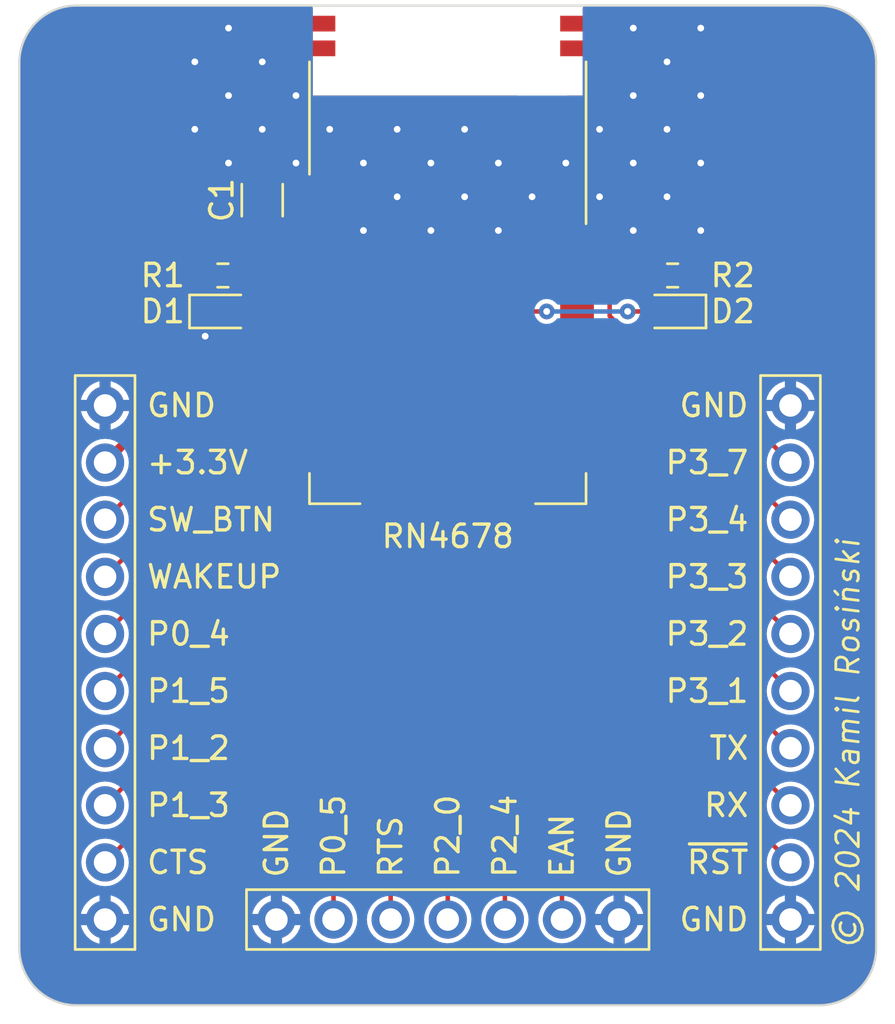
<source format=kicad_pcb>
(kicad_pcb (version 20221018) (generator pcbnew)
  (layers (0 "F.Cu" signal) (31 "B.Cu" signal) (34 "B.Paste" user) (35 "F.Paste" user) (36 "B.SilkS" user "B.Silkscreen") (37 "F.SilkS" user "F.Silkscreen") (38 "B.Mask" user) (39 "F.Mask" user) (44 "Edge.Cuts" user))
  (net 0 "")
  (net 1 "+3.3V")
  (net 2 "GND")
  (net 3 "Net-(D1-A)")
  (net 4 "Net-(D2-K)")
  (net 5 "/3.3V")
  (net 6 "Net-(J1-Pin_8)")
  (net 7 "Net-(J1-Pin_3)")
  (net 8 "Net-(J1-Pin_4)")
  (net 9 "Net-(J1-Pin_5)")
  (net 10 "Net-(J1-Pin_6)")
  (net 11 "Net-(J1-Pin_7)")
  (net 12 "Net-(J2-Pin_2)")
  (net 13 "Net-(J2-Pin_3)")
  (net 14 "Net-(J2-Pin_4)")
  (net 15 "Net-(J2-Pin_5)")
  (net 16 "Net-(J2-Pin_6)")
  (net 17 "Net-(J2-Pin_7)")
  (net 18 "Net-(J2-Pin_8)")
  (net 19 "Net-(J3-Pin_3)")
  (net 20 "Net-(J3-Pin_4)")
  (net 21 "Net-(J3-Pin_5)")
  (net 22 "Net-(J3-Pin_6)")
  (net 23 "Net-(U1-LED)")
  (net 27 "Net-(J1-Pin_9)")
  (net 28 "Net-(J2-Pin_9)")
  (net 29 "Net-(J3-Pin_2)")
  (footprint "Connector_PinHeader_2.54mm:PinHeader_1x10_P2.54mm_Vertical" (layer "F.Cu") (at 109.22 73.66)
    (fp_text reference "J1" hide)
    (fp_text value "Conn_01x10")
    (fp_text user "P0_4" (at 1.778 10.16 unlocked) (layer "F.SilkS") (effects (justify left)))
    (fp_text user "+3.3V" (at 1.778 2.54 unlocked) (layer "F.SilkS") (effects (justify left)))
    (fp_text user "GND" (at 1.778 0 unlocked) (layer "F.SilkS") (effects (justify left)))
    (fp_text user "WAKEUP" (at 1.778 7.62 unlocked) (layer "F.SilkS") (effects (justify left)))
    (fp_text user "P1_5" (at 1.778 12.7 unlocked) (layer "F.SilkS") (effects (justify left)))
    (fp_text user "P1_2" (at 1.778 15.24 unlocked) (layer "F.SilkS") (effects (justify left)))
    (fp_text user "GND" (at 1.778 22.86 unlocked) (layer "F.SilkS") (effects (justify left)))
    (fp_text user "SW_BTN" (at 1.778 5.08 unlocked) (layer "F.SilkS") (effects (justify left)))
    (fp_text user "P1_3" (at 1.778 17.78 unlocked) (layer "F.SilkS") (effects (justify left)))
    (fp_text user "CTS" (at 1.778 20.32 unlocked) (layer "F.SilkS") (effects (justify left)))
    (fp_line (start -1.33 -1.33) (end -1.33 24.19) (stroke (width 0.12)) (layer "F.SilkS"))
    (fp_line (start -1.33 -1.33) (end 1.33 -1.33) (stroke (width 0.12)) (layer "F.SilkS"))
    (fp_line (start -1.33 24.19) (end 1.33 24.19) (stroke (width 0.12)) (layer "F.SilkS"))
    (fp_line (start 1.33 -1.33) (end 1.33 24.19) (stroke (width 0.12)) (layer "F.SilkS"))
    (pad "1" thru_hole oval (at 0 0) (size 1.7 1.7) (drill 1) (layers "*.Cu" "*.Mask") (net 2 "GND"))
    (pad "2" thru_hole oval (at 0 2.54) (size 1.7 1.7) (drill 1) (layers "*.Cu" "*.Mask") (net 1 "+3.3V"))
    (pad "3" thru_hole oval (at 0 5.08) (size 1.7 1.7) (drill 1) (layers "*.Cu" "*.Mask") (net 7 "Net-(J1-Pin_3)"))
    (pad "4" thru_hole oval (at 0 7.62) (size 1.7 1.7) (drill 1) (layers "*.Cu" "*.Mask") (net 8 "Net-(J1-Pin_4)"))
    (pad "5" thru_hole oval (at 0 10.16) (size 1.7 1.7) (drill 1) (layers "*.Cu" "*.Mask") (net 9 "Net-(J1-Pin_5)"))
    (pad "6" thru_hole oval (at 0 12.7) (size 1.7 1.7) (drill 1) (layers "*.Cu" "*.Mask") (net 10 "Net-(J1-Pin_6)"))
    (pad "7" thru_hole oval (at 0 15.24) (size 1.7 1.7) (drill 1) (layers "*.Cu" "*.Mask") (net 11 "Net-(J1-Pin_7)"))
    (pad "8" thru_hole oval (at 0 17.78) (size 1.7 1.7) (drill 1) (layers "*.Cu" "*.Mask") (net 6 "Net-(J1-Pin_8)"))
    (pad "9" thru_hole oval (at 0 20.32) (size 1.7 1.7) (drill 1) (layers "*.Cu" "*.Mask") (net 27 "Net-(J1-Pin_9)"))
    (pad "10" thru_hole oval (at 0 22.86) (size 1.7 1.7) (drill 1) (layers "*.Cu" "*.Mask") (net 2 "GND"))
  )
  (footprint "Bluetooth:RN4678" (layer "F.Cu") (at 124.46 55.88)
    (fp_text reference "U1" hide)
    (fp_text value "RN4678")
    (fp_text user "RN4678" (at 0 23.6 unlocked) (layer "F.SilkS"))
    (fp_line (start -6.15 7.5) (end -6.15 2.5) (stroke (width 0.12)) (layer "F.SilkS"))
    (fp_line (start -6.15 22.15) (end -6.15 20.8) (stroke (width 0.12)) (layer "F.SilkS"))
    (fp_line (start -3.9 22.15) (end -6.15 22.15) (stroke (width 0.12)) (layer "F.SilkS"))
    (fp_line (start 3.9 22.15) (end 6.15 22.15) (stroke (width 0.12)) (layer "F.SilkS"))
    (fp_line (start 6.15 2.5) (end 6.15 9.7) (stroke (width 0.12)) (layer "F.SilkS"))
    (fp_line (start 6.15 22.15) (end 6.15 20.8) (stroke (width 0.12)) (layer "F.SilkS"))
    (pad "1" smd rect (at -5.75 0.8) (size 1.5 0.7) (layers "F.Cu" "F.Paste" "F.Mask") (net 2 "GND"))
    (pad "2" smd rect (at -5.75 1.9) (size 1.5 0.7) (layers "F.Cu" "F.Paste" "F.Mask") (net 2 "GND"))
    (pad "3" smd rect (at -5.75 8.1) (size 1.5 0.7) (layers "F.Cu" "F.Paste" "F.Mask") (net 2 "GND"))
    (pad "4" smd rect (at -5.75 9.2) (size 1.5 0.7) (layers "F.Cu" "F.Paste" "F.Mask") (net 1 "+3.3V"))
    (pad "5" smd rect (at -5.75 10.3) (size 1.5 0.7) (layers "F.Cu" "F.Paste" "F.Mask") (net 7 "Net-(J1-Pin_3)"))
    (pad "6" smd rect (at -5.75 11.4) (size 1.5 0.7) (layers "F.Cu" "F.Paste" "F.Mask") (net 5 "/3.3V"))
    (pad "7" smd rect (at -5.75 12.5) (size 1.5 0.7) (layers "F.Cu" "F.Paste" "F.Mask") (net 5 "/3.3V"))
    (pad "8" smd rect (at -5.75 13.6) (size 1.5 0.7) (layers "F.Cu" "F.Paste" "F.Mask"))
    (pad "9" smd rect (at -5.75 14.7) (size 1.5 0.7) (layers "F.Cu" "F.Paste" "F.Mask") (net 8 "Net-(J1-Pin_4)"))
    (pad "10" smd rect (at -5.75 15.8) (size 1.5 0.7) (layers "F.Cu" "F.Paste" "F.Mask"))
    (pad "11" smd rect (at -5.75 16.9) (size 1.5 0.7) (layers "F.Cu" "F.Paste" "F.Mask") (net 9 "Net-(J1-Pin_5)"))
    (pad "12" smd rect (at -5.75 18) (size 1.5 0.7) (layers "F.Cu" "F.Paste" "F.Mask") (net 10 "Net-(J1-Pin_6)"))
    (pad "13" smd rect (at -5.75 19.1) (size 1.5 0.7) (layers "F.Cu" "F.Paste" "F.Mask") (net 11 "Net-(J1-Pin_7)"))
    (pad "14" smd rect (at -5.75 20.2) (size 1.5 0.7) (layers "F.Cu" "F.Paste" "F.Mask") (net 6 "Net-(J1-Pin_8)"))
    (pad "15" smd rect (at -3.3 21.75 90) (size 1.5 0.7) (layers "F.Cu" "F.Paste" "F.Mask") (net 27 "Net-(J1-Pin_9)"))
    (pad "16" smd rect (at -2.2 21.75 90) (size 1.5 0.7) (layers "F.Cu" "F.Paste" "F.Mask") (net 22 "Net-(J3-Pin_6)"))
    (pad "17" smd rect (at -1.1 21.75 90) (size 1.5 0.7) (layers "F.Cu" "F.Paste" "F.Mask") (net 21 "Net-(J3-Pin_5)"))
    (pad "18" smd rect (at 0 21.75 90) (size 1.5 0.7) (layers "F.Cu" "F.Paste" "F.Mask") (net 20 "Net-(J3-Pin_4)"))
    (pad "19" smd rect (at 1.1 21.75 90) (size 1.5 0.7) (layers "F.Cu" "F.Paste" "F.Mask") (net 19 "Net-(J3-Pin_3)"))
    (pad "20" smd rect (at 2.2 21.75 90) (size 1.5 0.7) (layers "F.Cu" "F.Paste" "F.Mask") (net 29 "Net-(J3-Pin_2)"))
    (pad "21" smd rect (at 3.3 21.75 90) (size 1.5 0.7) (layers "F.Cu" "F.Paste" "F.Mask") (net 28 "Net-(J2-Pin_9)"))
    (pad "22" smd rect (at 5.75 20.2) (size 1.5 0.7) (layers "F.Cu" "F.Paste" "F.Mask") (net 18 "Net-(J2-Pin_8)"))
    (pad "23" smd rect (at 5.75 19.1) (size 1.5 0.7) (layers "F.Cu" "F.Paste" "F.Mask") (net 17 "Net-(J2-Pin_7)"))
    (pad "24" smd rect (at 5.75 18) (size 1.5 0.7) (layers "F.Cu" "F.Paste" "F.Mask") (net 16 "Net-(J2-Pin_6)"))
    (pad "25" smd rect (at 5.75 16.9) (size 1.5 0.7) (layers "F.Cu" "F.Paste" "F.Mask") (net 15 "Net-(J2-Pin_5)"))
    (pad "26" smd rect (at 5.75 15.8) (size 1.5 0.7) (layers "F.Cu" "F.Paste" "F.Mask") (net 14 "Net-(J2-Pin_4)"))
    (pad "27" smd rect (at 5.75 14.7) (size 1.5 0.7) (layers "F.Cu" "F.Paste" "F.Mask") (net 13 "Net-(J2-Pin_3)"))
    (pad "28" smd rect (at 5.75 13.6) (size 1.5 0.7) (layers "F.Cu" "F.Paste" "F.Mask"))
    (pad "29" smd rect (at 5.75 12.5) (size 1.5 0.7) (layers "F.Cu" "F.Paste" "F.Mask") (net 12 "Net-(J2-Pin_2)"))
    (pad "30" smd rect (at 5.75 11.4) (size 1.5 0.7) (layers "F.Cu" "F.Paste" "F.Mask") (net 23 "Net-(U1-LED)"))
    (pad "31" smd rect (at 5.75 10.3) (size 1.5 0.7) (layers "F.Cu" "F.Paste" "F.Mask") (net 2 "GND"))
    (pad "32" smd rect (at 5.75 1.9) (size 1.5 0.7) (layers "F.Cu" "F.Paste" "F.Mask") (net 2 "GND"))
    (pad "33" smd rect (at 5.75 0.8) (size 1.5 0.7) (layers "F.Cu" "F.Paste" "F.Mask") (net 2 "GND"))
    (zone (net 0) (net_name "") (layer "F.Cu") (connect_pads (clearance 0)) (min_thickness 0.25)
      (keepout (tracks not_allowed) (vias not_allowed) (pads allowed) (copperpour not_allowed) (footprints allowed))
      (fill (thermal_gap 0.5) (thermal_bridge_width 0.5))
      (polygon (pts (xy 127.66 61.88) (xy 129.66 61.88) (xy 129.66 59.88) (xy 130.46 59.88) (xy 130.46 55.88) (xy 118.46 55.88) (xy 118.46 59.88) (xy 127.66 59.88)))
    )
    (zone (net 0) (net_name "") (layers "In1.Cu" "In2.Cu" "In3.Cu" "In4.Cu" "In5.Cu" "In6.Cu" "In7.Cu" "In8.Cu" "In9.Cu" "In10.Cu" "In11.Cu" "In12.Cu" "In13.Cu" "In14.Cu" "In15.Cu" "In16.Cu" "In17.Cu" "In18.Cu" "In19.Cu" "In20.Cu" "In21.Cu" "In22.Cu" "In23.Cu" "In24.Cu" "In25.Cu" "In26.Cu" "In27.Cu" "In28.Cu" "In29.Cu" "In30.Cu" "B.Cu") (connect_pads (clearance 0)) (min_thickness 0.25)
      (keepout (tracks not_allowed) (vias not_allowed) (pads allowed) (copperpour not_allowed) (footprints allowed))
      (fill (thermal_gap 0.5) (thermal_bridge_width 0.5))
      (polygon (pts (xy 130.46 55.88) (xy 118.46 55.88) (xy 118.46 59.88) (xy 130.46 59.88)))
    )
  )
  (footprint "LED_SMD:LED_0603_1608Metric" (layer "F.Cu") (at 134.46 69.48 180)
    (fp_text reference "D2" (at -1.6 0 180) (layer "F.SilkS") (effects (justify left)))
    (fp_text value "BLUE")
    (fp_line (start -1.485 -0.735) (end -1.485 0.735) (stroke (width 0.12)) (layer "F.SilkS"))
    (fp_line (start -1.485 0.735) (end 0.8 0.735) (stroke (width 0.12)) (layer "F.SilkS"))
    (fp_line (start 0.8 -0.735) (end -1.485 -0.735) (stroke (width 0.12)) (layer "F.SilkS"))
    (pad "1" smd roundrect (at -0.7875 0 180) (size 0.875 0.95) (layers "F.Cu" "F.Paste" "F.Mask") (net 4 "Net-(D2-K)"))
    (pad "2" smd roundrect (at 0.7875 0 180) (size 0.875 0.95) (layers "F.Cu" "F.Paste" "F.Mask") (net 5 "/3.3V"))
  )
  (footprint "Resistor_SMD:R_0603_1608Metric" (layer "F.Cu") (at 134.46 67.88)
    (fp_text reference "R2" (at 1.6 0) (layer "F.SilkS") (effects (justify left)))
    (fp_text value "100R")
    (fp_line (start -0.237258 -0.5225) (end 0.237258 -0.5225) (stroke (width 0.12)) (layer "F.SilkS"))
    (fp_line (start -0.237258 0.5225) (end 0.237258 0.5225) (stroke (width 0.12)) (layer "F.SilkS"))
    (pad "1" smd roundrect (at -0.825 0) (size 0.8 0.95) (layers "F.Cu" "F.Paste" "F.Mask") (net 23 "Net-(U1-LED)"))
    (pad "2" smd roundrect (at 0.825 0) (size 0.8 0.95) (layers "F.Cu" "F.Paste" "F.Mask") (net 4 "Net-(D2-K)"))
  )
  (footprint "LED_SMD:LED_0603_1608Metric" (layer "F.Cu") (at 114.46 69.48)
    (fp_text reference "D1" (at -1.6 0) (layer "F.SilkS") (effects (justify right)))
    (fp_text value "GREEN")
    (fp_line (start -1.485 -0.735) (end -1.485 0.735) (stroke (width 0.12)) (layer "F.SilkS"))
    (fp_line (start -1.485 0.735) (end 0.8 0.735) (stroke (width 0.12)) (layer "F.SilkS"))
    (fp_line (start 0.8 -0.735) (end -1.485 -0.735) (stroke (width 0.12)) (layer "F.SilkS"))
    (pad "1" smd roundrect (at -0.7875 0) (size 0.875 0.95) (layers "F.Cu" "F.Paste" "F.Mask") (net 2 "GND"))
    (pad "2" smd roundrect (at 0.7875 0) (size 0.875 0.95) (layers "F.Cu" "F.Paste" "F.Mask") (net 3 "Net-(D1-A)"))
  )
  (footprint "Connector_PinHeader_2.54mm:PinHeader_1x10_P2.54mm_Vertical" (layer "F.Cu") (at 139.7 73.66)
    (fp_text reference "J2" hide)
    (fp_text value "Conn_01x10")
    (fp_text user "RX" (at -1.778 17.78 unlocked) (layer "F.SilkS") (effects (justify right)))
    (fp_text user "TX" (at -1.778 15.24 unlocked) (layer "F.SilkS") (effects (justify right)))
    (fp_text user "GND" (at -1.778 22.86 unlocked) (layer "F.SilkS") (effects (justify right)))
    (fp_text user "~{RST}" (at -1.778 20.32 unlocked) (layer "F.SilkS") (effects (justify right)))
    (fp_text user "P3_3" (at -1.778 7.62 unlocked) (layer "F.SilkS") (effects (justify right)))
    (fp_text user "P3_4" (at -1.778 5.08 unlocked) (layer "F.SilkS") (effects (justify right)))
    (fp_text user "P3_7" (at -1.778 2.54 unlocked) (layer "F.SilkS") (effects (justify right)))
    (fp_text user "GND" (at -1.778 0 unlocked) (layer "F.SilkS") (effects (justify right)))
    (fp_text user "P3_2" (at -1.778 10.16 unlocked) (layer "F.SilkS") (effects (justify right)))
    (fp_text user "P3_1" (at -1.778 12.7 unlocked) (layer "F.SilkS") (effects (justify right)))
    (fp_line (start -1.33 -1.33) (end -1.33 24.19) (stroke (width 0.12)) (layer "F.SilkS"))
    (fp_line (start -1.33 -1.33) (end 1.33 -1.33) (stroke (width 0.12)) (layer "F.SilkS"))
    (fp_line (start -1.33 24.19) (end 1.33 24.19) (stroke (width 0.12)) (layer "F.SilkS"))
    (fp_line (start 1.33 -1.33) (end 1.33 24.19) (stroke (width 0.12)) (layer "F.SilkS"))
    (pad "1" thru_hole oval (at 0 0) (size 1.7 1.7) (drill 1) (layers "*.Cu" "*.Mask") (net 2 "GND"))
    (pad "2" thru_hole oval (at 0 2.54) (size 1.7 1.7) (drill 1) (layers "*.Cu" "*.Mask") (net 12 "Net-(J2-Pin_2)"))
    (pad "3" thru_hole oval (at 0 5.08) (size 1.7 1.7) (drill 1) (layers "*.Cu" "*.Mask") (net 13 "Net-(J2-Pin_3)"))
    (pad "4" thru_hole oval (at 0 7.62) (size 1.7 1.7) (drill 1) (layers "*.Cu" "*.Mask") (net 14 "Net-(J2-Pin_4)"))
    (pad "5" thru_hole oval (at 0 10.16) (size 1.7 1.7) (drill 1) (layers "*.Cu" "*.Mask") (net 15 "Net-(J2-Pin_5)"))
    (pad "6" thru_hole oval (at 0 12.7) (size 1.7 1.7) (drill 1) (layers "*.Cu" "*.Mask") (net 16 "Net-(J2-Pin_6)"))
    (pad "7" thru_hole oval (at 0 15.24) (size 1.7 1.7) (drill 1) (layers "*.Cu" "*.Mask") (net 17 "Net-(J2-Pin_7)"))
    (pad "8" thru_hole oval (at 0 17.78) (size 1.7 1.7) (drill 1) (layers "*.Cu" "*.Mask") (net 18 "Net-(J2-Pin_8)"))
    (pad "9" thru_hole oval (at 0 20.32) (size 1.7 1.7) (drill 1) (layers "*.Cu" "*.Mask") (net 28 "Net-(J2-Pin_9)"))
    (pad "10" thru_hole oval (at 0 22.86) (size 1.7 1.7) (drill 1) (layers "*.Cu" "*.Mask") (net 2 "GND"))
  )
  (footprint "Capacitor_SMD:C_1206_3216Metric" (layer "F.Cu") (at 116.21 64.53 90)
    (fp_text reference "C1" (at 0 -1.8 90) (layer "F.SilkS"))
    (fp_text value "10uF")
    (fp_line (start -0.711252 -0.91) (end 0.711252 -0.91) (stroke (width 0.12)) (layer "F.SilkS"))
    (fp_line (start -0.711252 0.91) (end 0.711252 0.91) (stroke (width 0.12)) (layer "F.SilkS"))
    (pad "1" smd roundrect (at -1.475 0 90) (size 1.15 1.8) (layers "F.Cu" "F.Paste" "F.Mask") (roundrect_rratio 0.2173913043) (net 1 "+3.3V"))
    (pad "2" smd roundrect (at 1.475 0 90) (size 1.15 1.8) (layers "F.Cu" "F.Paste" "F.Mask") (roundrect_rratio 0.2173913043) (net 2 "GND"))
  )
  (footprint "Resistor_SMD:R_0603_1608Metric" (layer "F.Cu") (at 114.46 67.88)
    (fp_text reference "R1" (at -1.6 0) (layer "F.SilkS") (effects (justify right)))
    (fp_text value "820R")
    (fp_line (start -0.237258 -0.5225) (end 0.237258 -0.5225) (stroke (width 0.12)) (layer "F.SilkS"))
    (fp_line (start -0.237258 0.5225) (end 0.237258 0.5225) (stroke (width 0.12)) (layer "F.SilkS"))
    (pad "1" smd roundrect (at -0.825 0) (size 0.8 0.95) (layers "F.Cu" "F.Paste" "F.Mask") (net 1 "+3.3V"))
    (pad "2" smd roundrect (at 0.825 0) (size 0.8 0.95) (layers "F.Cu" "F.Paste" "F.Mask") (net 3 "Net-(D1-A)"))
  )
  (footprint "Connector_PinHeader_2.54mm:PinHeader_1x07_P2.54mm_Vertical" (layer "F.Cu") (at 132.08 96.52 -90)
    (fp_text reference "J3" hide)
    (fp_text value "Conn_01x07")
    (fp_text user "P2_0" (at -1.778 7.62 90 unlocked) (layer "F.SilkS") (effects (justify left)))
    (fp_text user "GND" (at -1.778 15.24 90 unlocked) (layer "F.SilkS") (effects (justify left)))
    (fp_text user "RTS" (at -1.778 10.16 90 unlocked) (layer "F.SilkS") (effects (justify left)))
    (fp_text user "EAN" (at -1.778 2.54 90 unlocked) (layer "F.SilkS") (effects (justify left)))
    (fp_text user "GND" (at -1.778 0 90 unlocked) (layer "F.SilkS") (effects (justify left)))
    (fp_text user "P0_5" (at -1.778 12.7 90 unlocked) (layer "F.SilkS") (effects (justify left)))
    (fp_text user "P2_4" (at -1.778 5.08 90 unlocked) (layer "F.SilkS") (effects (justify left)))
    (fp_line (start -1.33 -1.33) (end -1.33 16.57) (stroke (width 0.12)) (layer "F.SilkS"))
    (fp_line (start -1.33 -1.33) (end 1.33 -1.33) (stroke (width 0.12)) (layer "F.SilkS"))
    (fp_line (start -1.33 16.57) (end 1.33 16.57) (stroke (width 0.12)) (layer "F.SilkS"))
    (fp_line (start 1.33 -1.33) (end 1.33 16.57) (stroke (width 0.12)) (layer "F.SilkS"))
    (pad "1" thru_hole oval (at 0 0 270) (size 1.7 1.7) (drill 1) (layers "*.Cu" "*.Mask") (net 2 "GND"))
    (pad "2" thru_hole oval (at 0 2.54 270) (size 1.7 1.7) (drill 1) (layers "*.Cu" "*.Mask") (net 29 "Net-(J3-Pin_2)"))
    (pad "3" thru_hole oval (at 0 5.08 270) (size 1.7 1.7) (drill 1) (layers "*.Cu" "*.Mask") (net 19 "Net-(J3-Pin_3)"))
    (pad "4" thru_hole oval (at 0 7.62 270) (size 1.7 1.7) (drill 1) (layers "*.Cu" "*.Mask") (net 20 "Net-(J3-Pin_4)"))
    (pad "5" thru_hole oval (at 0 10.16 270) (size 1.7 1.7) (drill 1) (layers "*.Cu" "*.Mask") (net 21 "Net-(J3-Pin_5)"))
    (pad "6" thru_hole oval (at 0 12.7 270) (size 1.7 1.7) (drill 1) (layers "*.Cu" "*.Mask") (net 22 "Net-(J3-Pin_6)"))
    (pad "7" thru_hole oval (at 0 15.24 270) (size 1.7 1.7) (drill 1) (layers "*.Cu" "*.Mask") (net 2 "GND"))
  )
  (gr_arc (start 107.95 100.33) (mid 106.153949 99.586051) (end 105.41 97.79) (stroke (width 0.1)) (layer "Edge.Cuts"))
  (gr_arc (start 105.41 58.42) (mid 106.153949 56.623949) (end 107.95 55.88) (stroke (width 0.1)) (layer "Edge.Cuts"))
  (gr_line (start 143.51 58.42) (end 143.51 97.79) (stroke (width 0.1)) (layer "Edge.Cuts"))
  (gr_arc (start 140.97 55.88) (mid 142.766051 56.623949) (end 143.51 58.42) (stroke (width 0.1)) (layer "Edge.Cuts"))
  (gr_arc (start 143.51 97.79) (mid 142.766051 99.586051) (end 140.97 100.33) (stroke (width 0.1)) (layer "Edge.Cuts"))
  (gr_line (start 140.97 100.33) (end 107.95 100.33) (stroke (width 0.1)) (layer "Edge.Cuts"))
  (gr_line (start 107.95 55.88) (end 140.97 55.88) (stroke (width 0.1)) (layer "Edge.Cuts"))
  (gr_line (start 105.41 97.79) (end 105.41 58.42) (stroke (width 0.1)) (layer "Edge.Cuts"))
  (gr_text "© 2024 Kamil Rosiński" (at 142.26 97.88 90) (layer "F.SilkS") (effects (font (size 1 1) (thickness 0.125) italic) (justify left)))
  (segment (start 112.86 67.88) (end 111.86 68.88) (width 0.4) (layer "F.Cu") (net 1))
  (segment (start 117.46 65.08) (end 116.535 66.005) (width 0.4) (layer "F.Cu") (net 1))
  (segment (start 118.71 65.08) (end 117.46 65.08) (width 0.4) (layer "F.Cu") (net 1))
  (segment (start 113.635 67.105) (end 114.735 66.005) (width 0.4) (layer "F.Cu") (net 1))
  (segment (start 113.635 67.88) (end 113.635 67.105) (width 0.4) (layer "F.Cu") (net 1))
  (segment (start 116.535 66.005) (end 116.21 66.005) (width 0.4) (layer "F.Cu") (net 1))
  (segment (start 114.735 66.005) (end 116.21 66.005) (width 0.4) (layer "F.Cu") (net 1))
  (segment (start 113.635 67.88) (end 112.86 67.88) (width 0.4) (layer "F.Cu") (net 1))
  (segment (start 111.86 73.56) (end 109.22 76.2) (width 0.4) (layer "F.Cu") (net 1))
  (segment (start 111.86 68.88) (end 111.86 73.56) (width 0.4) (layer "F.Cu") (net 1))
  (segment (start 113.6725 69.48) (end 113.6725 70.58) (width 0.2) (layer "F.Cu") (net 2))
  (via (at 135.71 56.88) (size 0.7) (drill 0.3) (layers "F.Cu" "B.Cu") (net 2))
  (via (at 120.71 62.88) (size 0.7) (drill 0.3) (layers "F.Cu" "B.Cu") (net 2))
  (via (at 117.71 62.88) (size 0.7) (drill 0.3) (layers "F.Cu" "B.Cu") (net 2))
  (via (at 126.71 65.88) (size 0.7) (drill 0.3) (layers "F.Cu" "B.Cu") (net 2))
  (via (at 131.21 64.38) (size 0.7) (drill 0.3) (layers "F.Cu" "B.Cu") (net 2))
  (via (at 135.71 62.88) (size 0.7) (drill 0.3) (layers "F.Cu" "B.Cu") (net 2))
  (via (at 114.71 56.88) (size 0.7) (drill 0.3) (layers "F.Cu" "B.Cu") (net 2))
  (via (at 126.71 62.88) (size 0.7) (drill 0.3) (layers "F.Cu" "B.Cu") (net 2))
  (via (at 119.21 61.38) (size 0.7) (drill 0.3) (layers "F.Cu" "B.Cu") (net 2))
  (via (at 123.71 62.88) (size 0.7) (drill 0.3) (layers "F.Cu" "B.Cu") (net 2))
  (via (at 132.71 59.88) (size 0.7) (drill 0.3) (layers "F.Cu" "B.Cu") (net 2))
  (via (at 132.71 65.88) (size 0.7) (drill 0.3) (layers "F.Cu" "B.Cu") (net 2))
  (via (at 129.71 62.88) (size 0.7) (drill 0.3) (layers "F.Cu" "B.Cu") (net 2))
  (via (at 116.21 61.38) (size 0.7) (drill 0.3) (layers "F.Cu" "B.Cu") (net 2))
  (via (at 120.71 65.88) (size 0.7) (drill 0.3) (layers "F.Cu" "B.Cu") (net 2))
  (via (at 114.71 59.88) (size 0.7) (drill 0.3) (layers "F.Cu" "B.Cu") (net 2))
  (via (at 128.21 64.38) (size 0.7) (drill 0.3) (layers "F.Cu" "B.Cu") (net 2))
  (via (at 132.71 56.88) (size 0.7) (drill 0.3) (layers "F.Cu" "B.Cu") (net 2))
  (via (at 123.71 65.88) (size 0.7) (drill 0.3) (layers "F.Cu" "B.Cu") (net 2))
  (via (at 125.21 64.38) (size 0.7) (drill 0.3) (layers "F.Cu" "B.Cu") (net 2))
  (via (at 116.21 58.38) (size 0.7) (drill 0.3) (layers "F.Cu" "B.Cu") (net 2))
  (via (at 113.21 61.38) (size 0.7) (drill 0.3) (layers "F.Cu" "B.Cu") (net 2))
  (via (at 135.71 65.88) (size 0.7) (drill 0.3) (layers "F.Cu" "B.Cu") (net 2))
  (via (at 134.21 58.38) (size 0.7) (drill 0.3) (layers "F.Cu" "B.Cu") (net 2))
  (via (at 122.21 61.38) (size 0.7) (drill 0.3) (layers "F.Cu" "B.Cu") (net 2))
  (via (at 135.71 59.88) (size 0.7) (drill 0.3) (layers "F.Cu" "B.Cu") (net 2))
  (via (at 125.21 61.38) (size 0.7) (drill 0.3) (layers "F.Cu" "B.Cu") (net 2))
  (via (at 114.71 62.88) (size 0.7) (drill 0.3) (layers "F.Cu" "B.Cu") (net 2))
  (via (at 132.71 62.88) (size 0.7) (drill 0.3) (layers "F.Cu" "B.Cu") (net 2))
  (via (at 122.21 64.38) (size 0.7) (drill 0.3) (layers "F.Cu" "B.Cu") (net 2))
  (via (at 117.71 59.88) (size 0.7) (drill 0.3) (layers "F.Cu" "B.Cu") (net 2))
  (via (at 131.21 61.38) (size 0.7) (drill 0.3) (layers "F.Cu" "B.Cu") (net 2))
  (via (at 113.6725 70.58) (size 0.7) (drill 0.3) (layers "F.Cu" "B.Cu") (net 2))
  (via (at 113.21 58.38) (size 0.7) (drill 0.3) (layers "F.Cu" "B.Cu") (net 2))
  (via (at 134.21 64.38) (size 0.7) (drill 0.3) (layers "F.Cu" "B.Cu") (net 2))
  (via (at 134.21 61.38) (size 0.7) (drill 0.3) (layers "F.Cu" "B.Cu") (net 2))
  (segment (start 115.2475 69.48) (end 115.2475 67.9175) (width 0.2) (layer "F.Cu") (net 3))
  (segment (start 115.2475 67.9175) (end 115.285 67.88) (width 0.2) (layer "F.Cu") (net 3))
  (segment (start 135.2475 67.9175) (end 135.285 67.88) (width 0.2) (layer "F.Cu") (net 4))
  (segment (start 135.2475 69.48) (end 135.2475 67.9175) (width 0.2) (layer "F.Cu") (net 4))
  (segment (start 132.46 69.48) (end 133.6725 69.48) (width 0.2) (layer "F.Cu") (net 5))
  (segment (start 118.71 68.38) (end 118.71 67.28) (width 0.2) (layer "F.Cu") (net 5))
  (segment (start 119.86 67.28) (end 118.71 67.28) (width 0.2) (layer "F.Cu") (net 5))
  (segment (start 119.86 67.28) (end 122.06 69.48) (width 0.2) (layer "F.Cu") (net 5))
  (segment (start 128.86 69.48) (end 122.06 69.48) (width 0.2) (layer "F.Cu") (net 5))
  (via (at 132.46 69.48) (size 0.7) (drill 0.3) (layers "F.Cu" "B.Cu") (net 5))
  (via (at 128.86 69.48) (size 0.7) (drill 0.3) (layers "F.Cu" "B.Cu") (net 5))
  (segment (start 132.46 69.48) (end 128.86 69.48) (width 0.2) (layer "B.Cu") (net 5))
  (segment (start 118.71 81.95) (end 118.71 76.08) (width 0.2) (layer "F.Cu") (net 6))
  (segment (start 109.22 91.44) (end 118.71 81.95) (width 0.2) (layer "F.Cu") (net 6))
  (segment (start 116.66 67.33) (end 117.81 66.18) (width 0.2) (layer "F.Cu") (net 7))
  (segment (start 109.22 78.74) (end 116.66 71.3) (width 0.2) (layer "F.Cu") (net 7))
  (segment (start 117.81 66.18) (end 118.71 66.18) (width 0.2) (layer "F.Cu") (net 7))
  (segment (start 116.66 71.3) (end 116.66 67.33) (width 0.2) (layer "F.Cu") (net 7))
  (segment (start 117.26 70.98) (end 117.26 72.28) (width 0.2) (layer "F.Cu") (net 8))
  (segment (start 117.26 72.28) (end 115.46 74.08) (width 0.2) (layer "F.Cu") (net 8))
  (segment (start 118.71 70.58) (end 117.66 70.58) (width 0.2) (layer "F.Cu") (net 8))
  (segment (start 117.66 70.58) (end 117.26 70.98) (width 0.2) (layer "F.Cu") (net 8))
  (segment (start 115.46 75.04) (end 109.22 81.28) (width 0.2) (layer "F.Cu") (net 8))
  (segment (start 115.46 74.08) (end 115.46 75.04) (width 0.2) (layer "F.Cu") (net 8))
  (segment (start 118.71 72.78) (end 117.66 72.78) (width 0.2) (layer "F.Cu") (net 9))
  (segment (start 116.06 74.38) (end 116.06 76.98) (width 0.2) (layer "F.Cu") (net 9))
  (segment (start 117.66 72.78) (end 116.06 74.38) (width 0.2) (layer "F.Cu") (net 9))
  (segment (start 116.06 76.98) (end 109.22 83.82) (width 0.2) (layer "F.Cu") (net 9))
  (segment (start 116.66 78.92) (end 109.22 86.36) (width 0.2) (layer "F.Cu") (net 10))
  (segment (start 118.71 73.88) (end 117.66 73.88) (width 0.2) (layer "F.Cu") (net 10))
  (segment (start 116.66 74.88) (end 116.66 78.92) (width 0.2) (layer "F.Cu") (net 10))
  (segment (start 117.66 73.88) (end 116.66 74.88) (width 0.2) (layer "F.Cu") (net 10))
  (segment (start 117.66 74.98) (end 118.71 74.98) (width 0.2) (layer "F.Cu") (net 11))
  (segment (start 117.26 80.86) (end 117.26 75.38) (width 0.2) (layer "F.Cu") (net 11))
  (segment (start 109.22 88.9) (end 117.26 80.86) (width 0.2) (layer "F.Cu") (net 11))
  (segment (start 117.26 75.38) (end 117.66 74.98) (width 0.2) (layer "F.Cu") (net 11))
  (segment (start 130.21 68.38) (end 131.26 68.38) (width 0.2) (layer "F.Cu") (net 12))
  (segment (start 134.18 70.68) (end 139.7 76.2) (width 0.2) (layer "F.Cu") (net 12))
  (segment (start 131.66 69.68) (end 132.66 70.68) (width 0.2) (layer "F.Cu") (net 12))
  (segment (start 132.66 70.68) (end 134.18 70.68) (width 0.2) (layer "F.Cu") (net 12))
  (segment (start 131.26 68.38) (end 131.66 68.78) (width 0.2) (layer "F.Cu") (net 12))
  (segment (start 131.66 68.78) (end 131.66 69.68) (width 0.2) (layer "F.Cu") (net 12))
  (segment (start 131.54 70.58) (end 139.7 78.74) (width 0.2) (layer "F.Cu") (net 13))
  (segment (start 130.21 70.58) (end 131.54 70.58) (width 0.2) (layer "F.Cu") (net 13))
  (segment (start 133.46 75.04) (end 139.7 81.28) (width 0.2) (layer "F.Cu") (net 14))
  (segment (start 131.26 71.68) (end 133.46 73.88) (width 0.2) (layer "F.Cu") (net 14))
  (segment (start 130.21 71.68) (end 131.26 71.68) (width 0.2) (layer "F.Cu") (net 14))
  (segment (start 133.46 73.88) (end 133.46 75.04) (width 0.2) (layer "F.Cu") (net 14))
  (segment (start 132.86 74.38) (end 132.86 76.98) (width 0.2) (layer "F.Cu") (net 15))
  (segment (start 131.26 72.78) (end 132.86 74.38) (width 0.2) (layer "F.Cu") (net 15))
  (segment (start 130.21 72.78) (end 131.26 72.78) (width 0.2) (layer "F.Cu") (net 15))
  (segment (start 132.86 76.98) (end 139.7 83.82) (width 0.2) (layer "F.Cu") (net 15))
  (segment (start 132.26 78.92) (end 139.7 86.36) (width 0.2) (layer "F.Cu") (net 16))
  (segment (start 132.26 74.88) (end 132.26 78.92) (width 0.2) (layer "F.Cu") (net 16))
  (segment (start 130.21 73.88) (end 131.26 73.88) (width 0.2) (layer "F.Cu") (net 16))
  (segment (start 131.26 73.88) (end 132.26 74.88) (width 0.2) (layer "F.Cu") (net 16))
  (segment (start 131.26 74.98) (end 131.66 75.38) (width 0.2) (layer "F.Cu") (net 17))
  (segment (start 131.66 75.38) (end 131.66 80.86) (width 0.2) (layer "F.Cu") (net 17))
  (segment (start 131.66 80.86) (end 139.7 88.9) (width 0.2) (layer "F.Cu") (net 17))
  (segment (start 130.21 74.98) (end 131.26 74.98) (width 0.2) (layer "F.Cu") (net 17))
  (segment (start 130.21 81.95) (end 139.7 91.44) (width 0.2) (layer "F.Cu") (net 18))
  (segment (start 130.21 76.08) (end 130.21 81.95) (width 0.2) (layer "F.Cu") (net 18))
  (segment (start 127 84.42) (end 127 96.52) (width 0.2) (layer "F.Cu") (net 19))
  (segment (start 125.56 77.63) (end 125.56 82.98) (width 0.2) (layer "F.Cu") (net 19))
  (segment (start 125.56 82.98) (end 127 84.42) (width 0.2) (layer "F.Cu") (net 19))
  (segment (start 124.46 77.63) (end 124.46 96.52) (width 0.2) (layer "F.Cu") (net 20))
  (segment (start 123.36 82.98) (end 121.92 84.42) (width 0.2) (layer "F.Cu") (net 21))
  (segment (start 123.36 77.63) (end 123.36 82.98) (width 0.2) (layer "F.Cu") (net 21))
  (segment (start 121.92 84.42) (end 121.92 96.52) (width 0.2) (layer "F.Cu") (net 21))
  (segment (start 122.26 82.48) (end 119.38 85.36) (width 0.2) (layer "F.Cu") (net 22))
  (segment (start 122.26 77.63) (end 122.26 82.48) (width 0.2) (layer "F.Cu") (net 22))
  (segment (start 119.38 85.36) (end 119.38 96.52) (width 0.2) (layer "F.Cu") (net 22))
  (segment (start 130.21 67.28) (end 131.86 67.28) (width 0.2) (layer "F.Cu") (net 23))
  (segment (start 132.46 67.88) (end 133.635 67.88) (width 0.2) (layer "F.Cu") (net 23))
  (segment (start 131.86 67.28) (end 132.46 67.88) (width 0.2) (layer "F.Cu") (net 23))
  (segment (start 109.22 93.98) (end 121.16 82.04) (width 0.2) (layer "F.Cu") (net 27))
  (segment (start 121.16 82.04) (end 121.16 77.63) (width 0.2) (layer "F.Cu") (net 27))
  (segment (start 139.7 93.98) (end 127.76 82.04) (width 0.2) (layer "F.Cu") (net 28))
  (segment (start 127.76 82.04) (end 127.76 77.63) (width 0.2) (layer "F.Cu") (net 28))
  (segment (start 126.66 82.48) (end 129.54 85.36) (width 0.2) (layer "F.Cu") (net 29))
  (segment (start 129.54 85.36) (end 129.54 96.52) (width 0.2) (layer "F.Cu") (net 29))
  (segment (start 126.66 77.63) (end 126.66 82.48) (width 0.2) (layer "F.Cu") (net 29))
  (zone (net 2) (net_name "GND") (layer "F.Cu") (priority 1) (connect_pads yes (clearance 0.2)) (min_thickness 0.25) (fill yes (thermal_gap 0.25) (thermal_bridge_width 0.5) (smoothing fillet) (radius 0.25))
    (polygon (pts (xy 119.66 64.53) (xy 111.96 64.53) (xy 111.96 55.88) (xy 136.96 55.88) (xy 136.96 66.73) (xy 119.66 66.73)))
  )
  (zone (net 2) (net_name "GND") (layer "B.Cu") (connect_pads (clearance 0.2)) (min_thickness 0.25) (fill yes (thermal_gap 0.25) (thermal_bridge_width 0.5) (smoothing fillet) (radius 0.25))
    (polygon (pts (xy 105.41 55.88) (xy 143.51 55.88) (xy 143.51 100.33) (xy 105.41 100.33)))
  )
)
</source>
